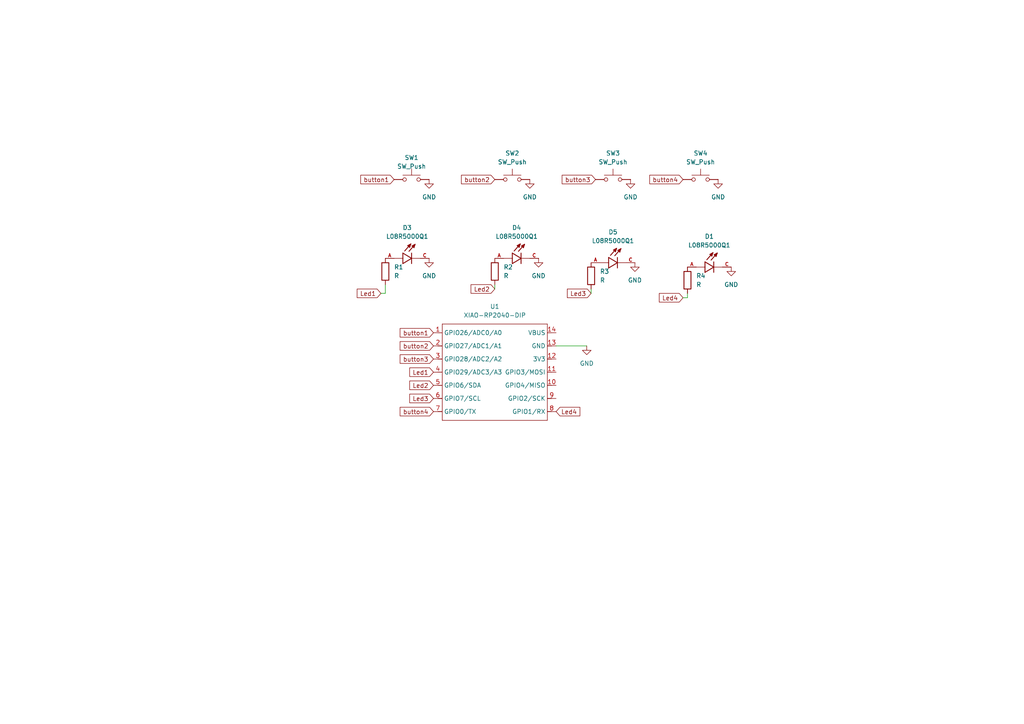
<source format=kicad_sch>
(kicad_sch (version 20250114) (generator "eeschema") (generator_version "9.0")
  (paper "A4")
  (lib_symbols
    (symbol "Device:R" (pin_numbers (hide yes)) (pin_names (offset 0))
      (property "Reference" "R" (at 2.032 0 90))
      (property "Value" "R" (at 0 0 90))
      (symbol "R_0_1"
        (rectangle (start -1.016 -2.54) (end 1.016 2.54) (stroke (width 0.254)))
      )
      (symbol "R_1_1"
        (pin passive line (at 0 3.81 270) (length 1.27) (name "~") (number "1"))
        (pin passive line (at 0 -3.81 90) (length 1.27) (name "~") (number "2"))
      )
    )
    (symbol "L08R5000Q1:L08R5000Q1" (pin_names (offset 1.016))
      (property "Reference" "D" (at -3.0988 4.4958 0))
      (property "Value" "L08R5000Q1" (at -3.556 -3.302 0))
      (symbol "L08R5000Q1_0_0"
        (polyline (pts (xy -2.54 1.524) (xy -2.54 0)) (stroke (width 0.254)))
        (polyline (pts (xy -2.54 0) (xy -5.08 0)) (stroke (width 0.1524)))
        (polyline (pts (xy -2.54 0) (xy -2.54 -1.524)) (stroke (width 0.254)))
        (polyline (pts (xy -2.54 -1.524) (xy 0 0)) (stroke (width 0.254)))
        (polyline (pts (xy -1.1176 3.683) (xy -0.2286 4.1656)) (stroke (width 0.254)))
        (polyline (pts (xy -0.9398 3.6068) (xy -0.7112 3.7592)) (stroke (width 0.254)))
        (polyline (pts (xy -0.5588 3.2004) (xy -1.1176 3.683)) (stroke (width 0.254)))
        (polyline (pts (xy -0.5588 3.2004) (xy -0.5334 3.937)) (stroke (width 0.254)))
        (polyline (pts (xy -0.5334 3.937) (xy -0.6604 3.937)) (stroke (width 0.254)))
        (polyline (pts (xy -0.2286 4.1656) (xy -2.0066 2.1336)) (stroke (width 0.254)))
        (polyline (pts (xy -0.2286 4.1656) (xy -0.5588 3.2004)) (stroke (width 0.254)))
        (polyline (pts (xy 0 1.524) (xy 0 0)) (stroke (width 0.254)))
        (polyline (pts (xy 0 0) (xy -2.54 1.524)) (stroke (width 0.254)))
        (polyline (pts (xy 0 0) (xy 0 -1.524)) (stroke (width 0.254)))
        (polyline (pts (xy 0.127 3.5814) (xy 1.016 4.064)) (stroke (width 0.254)))
        (polyline (pts (xy 0.3048 3.5052) (xy 0.5334 3.6576)) (stroke (width 0.254)))
        (polyline (pts (xy 0.6858 3.0988) (xy 0.127 3.5814)) (stroke (width 0.254)))
        (polyline (pts (xy 0.6858 3.0988) (xy 0.7112 3.8354)) (stroke (width 0.254)))
        (polyline (pts (xy 0.7112 3.8354) (xy 0.5842 3.8354)) (stroke (width 0.254)))
        (polyline (pts (xy 1.016 4.064) (xy -0.762 2.032)) (stroke (width 0.254)))
        (polyline (pts (xy 1.016 4.064) (xy 0.6858 3.0988)) (stroke (width 0.254)))
        (polyline (pts (xy 2.54 0) (xy 0 0)) (stroke (width 0.1524)))
        (pin passive line (at -7.62 0 0) (length 2.54) (name "~") (number "A"))
        (pin passive line (at 5.08 0 180) (length 2.54) (name "~") (number "C"))
      )
    )
    (symbol "Seeed_Studio_XIAO_Series:XIAO-RP2040-DIP"
      (property "Reference" "U" (at 0 0 0))
      (property "Value" "XIAO-RP2040-DIP" (at 5.334 -1.778 0))
      (symbol "XIAO-RP2040-DIP_1_0"
        (polyline (pts (xy -1.27 -2.54) (xy 29.21 -2.54)) (stroke (width 0.1524)))
        (polyline (pts (xy -1.27 -5.08) (xy -2.54 -5.08)) (stroke (width 0.1524)))
        (polyline (pts (xy -1.27 -5.08) (xy -1.27 -2.54)) (stroke (width 0.1524)))
        (polyline (pts (xy -1.27 -8.89) (xy -2.54 -8.89)) (stroke (width 0.1524)))
        (polyline (pts (xy -1.27 -8.89) (xy -1.27 -5.08)) (stroke (width 0.1524)))
        (polyline (pts (xy -1.27 -12.7) (xy -2.54 -12.7)) (stroke (width 0.1524)))
        (polyline (pts (xy -1.27 -12.7) (xy -1.27 -8.89)) (stroke (width 0.1524)))
        (polyline (pts (xy -1.27 -16.51) (xy -2.54 -16.51)) (stroke (width 0.1524)))
        (polyline (pts (xy -1.27 -16.51) (xy -1.27 -12.7)) (stroke (width 0.1524)))
        (polyline (pts (xy -1.27 -20.32) (xy -2.54 -20.32)) (stroke (width 0.1524)))
        (polyline (pts (xy -1.27 -24.13) (xy -2.54 -24.13)) (stroke (width 0.1524)))
        (polyline (pts (xy -1.27 -27.94) (xy -2.54 -27.94)) (stroke (width 0.1524)))
        (polyline (pts (xy -1.27 -30.48) (xy -1.27 -16.51)) (stroke (width 0.1524)))
        (polyline (pts (xy 29.21 -2.54) (xy 29.21 -5.08)) (stroke (width 0.1524)))
        (polyline (pts (xy 29.21 -5.08) (xy 29.21 -8.89)) (stroke (width 0.1524)))
        (polyline (pts (xy 29.21 -8.89) (xy 29.21 -12.7)) (stroke (width 0.1524)))
        (polyline (pts (xy 29.21 -12.7) (xy 29.21 -30.48)) (stroke (width 0.1524)))
        (polyline (pts (xy 29.21 -30.48) (xy -1.27 -30.48)) (stroke (width 0.1524)))
        (polyline (pts (xy 30.48 -5.08) (xy 29.21 -5.08)) (stroke (width 0.1524)))
        (polyline (pts (xy 30.48 -8.89) (xy 29.21 -8.89)) (stroke (width 0.1524)))
        (polyline (pts (xy 30.48 -12.7) (xy 29.21 -12.7)) (stroke (width 0.1524)))
        (polyline (pts (xy 30.48 -16.51) (xy 29.21 -16.51)) (stroke (width 0.1524)))
        (polyline (pts (xy 30.48 -20.32) (xy 29.21 -20.32)) (stroke (width 0.1524)))
        (polyline (pts (xy 30.48 -24.13) (xy 29.21 -24.13)) (stroke (width 0.1524)))
        (polyline (pts (xy 30.48 -27.94) (xy 29.21 -27.94)) (stroke (width 0.1524)))
        (pin passive line (at -3.81 -5.08 0) (length 2.54) (name "GPIO26/ADC0/A0") (number "1"))
        (pin passive line (at -3.81 -8.89 0) (length 2.54) (name "GPIO27/ADC1/A1") (number "2"))
        (pin passive line (at -3.81 -12.7 0) (length 2.54) (name "GPIO28/ADC2/A2") (number "3"))
        (pin passive line (at -3.81 -16.51 0) (length 2.54) (name "GPIO29/ADC3/A3") (number "4"))
        (pin passive line (at -3.81 -20.32 0) (length 2.54) (name "GPIO6/SDA") (number "5"))
        (pin passive line (at -3.81 -24.13 0) (length 2.54) (name "GPIO7/SCL") (number "6"))
        (pin passive line (at -3.81 -27.94 0) (length 2.54) (name "GPIO0/TX") (number "7"))
        (pin passive line (at 31.75 -5.08 180) (length 2.54) (name "VBUS") (number "14"))
        (pin passive line (at 31.75 -8.89 180) (length 2.54) (name "GND") (number "13"))
        (pin passive line (at 31.75 -12.7 180) (length 2.54) (name "3V3") (number "12"))
        (pin passive line (at 31.75 -16.51 180) (length 2.54) (name "GPIO3/MOSI") (number "11"))
        (pin passive line (at 31.75 -20.32 180) (length 2.54) (name "GPIO4/MISO") (number "10"))
        (pin passive line (at 31.75 -24.13 180) (length 2.54) (name "GPIO2/SCK") (number "9"))
        (pin passive line (at 31.75 -27.94 180) (length 2.54) (name "GPIO1/RX") (number "8"))
      )
    )
    (symbol "Switch:SW_Push" (pin_numbers (hide yes)) (pin_names (offset 1.016) (hide yes))
      (property "Reference" "SW" (at 1.27 2.54 0))
      (property "Value" "SW_Push" (at 0 -1.524 0))
      (symbol "SW_Push_0_1"
        (circle (center -2.032 0) (radius 0.508))
        (polyline (pts (xy 0 1.27) (xy 0 3.048)))
        (circle (center 2.032 0) (radius 0.508))
        (polyline (pts (xy 2.54 1.27) (xy -2.54 1.27)))
        (pin passive line (at -5.08 0 0) (length 2.54) (name "1") (number "1"))
        (pin passive line (at 5.08 0 180) (length 2.54) (name "2") (number "2"))
      )
    )
    (symbol "power:GND" (power) (pin_numbers (hide yes)) (pin_names (offset 0) (hide yes))
      (property "Value" "GND" (at 0 -3.81 0))
      (symbol "GND_0_1"
        (polyline (pts (xy 0 0) (xy 0 -1.27) (xy 1.27 -1.27) (xy 0 -2.54) (xy -1.27 -1.27) (xy 0 -1.27)))
      )
      (symbol "GND_1_1"
        (pin power_in line (at 0 0 270) (length 0) (name "~") (number "1"))
      )
    )
  )
  (wire (pts (xy 171.45 83.82) (xy 171.45 85.09)))
  (wire (pts (xy 110.49 85.09) (xy 111.76 85.09)))
  (wire (pts (xy 111.76 85.09) (xy 111.76 82.55)))
  (wire (pts (xy 161.29 100.33) (xy 170.18 100.33)))
  (wire (pts (xy 143.51 82.55) (xy 143.51 83.82)))
  (wire (pts (xy 199.39 86.36) (xy 198.12 86.36)))
  (wire (pts (xy 199.39 85.09) (xy 199.39 86.36)))
  (global_label "button4" (shape input) (at 198.12 52.07 180) (property "Intersheetrefs" "${INTERSHEET_REFS}" (at 187.8779 52.07 0) (effects (justify right))))
  (global_label "button3" (shape input) (at 172.72 52.07 180) (property "Intersheetrefs" "${INTERSHEET_REFS}" (at 162.4779 52.07 0) (effects (justify right))))
  (global_label "Led1" (shape input) (at 125.73 107.95 180) (property "Intersheetrefs" "${INTERSHEET_REFS}" (at 118.2696 107.95 0) (effects (justify right))))
  (global_label "Led4" (shape input) (at 161.29 119.38 0) (property "Intersheetrefs" "${INTERSHEET_REFS}" (at 168.7504 119.38 0) (effects (justify left))))
  (global_label "button1" (shape input) (at 125.73 96.52 180) (property "Intersheetrefs" "${INTERSHEET_REFS}" (at 115.4879 96.52 0) (effects (justify right))))
  (global_label "button4" (shape input) (at 125.73 119.38 180) (property "Intersheetrefs" "${INTERSHEET_REFS}" (at 115.4879 119.38 0) (effects (justify right))))
  (global_label "Led3" (shape input) (at 171.45 85.09 180) (property "Intersheetrefs" "${INTERSHEET_REFS}" (at 163.9896 85.09 0) (effects (justify right))))
  (global_label "button2" (shape input) (at 125.73 100.33 180) (property "Intersheetrefs" "${INTERSHEET_REFS}" (at 115.4879 100.33 0) (effects (justify right))))
  (global_label "Led2" (shape input) (at 143.51 83.82 180) (property "Intersheetrefs" "${INTERSHEET_REFS}" (at 136.0496 83.82 0) (effects (justify right))))
  (global_label "button3" (shape input) (at 125.73 104.14 180) (property "Intersheetrefs" "${INTERSHEET_REFS}" (at 115.4879 104.14 0) (effects (justify right))))
  (global_label "Led4" (shape input) (at 198.12 86.36 180) (property "Intersheetrefs" "${INTERSHEET_REFS}" (at 190.6596 86.36 0) (effects (justify right))))
  (global_label "button1" (shape input) (at 114.3 52.07 180) (property "Intersheetrefs" "${INTERSHEET_REFS}" (at 104.0579 52.07 0) (effects (justify right))))
  (global_label "Led1" (shape input) (at 110.49 85.09 180) (property "Intersheetrefs" "${INTERSHEET_REFS}" (at 103.0296 85.09 0) (effects (justify right))))
  (global_label "Led3" (shape input) (at 125.73 115.57 180) (property "Intersheetrefs" "${INTERSHEET_REFS}" (at 118.2696 115.57 0) (effects (justify right))))
  (global_label "Led2" (shape input) (at 125.73 111.76 180) (property "Intersheetrefs" "${INTERSHEET_REFS}" (at 118.2696 111.76 0) (effects (justify right))))
  (global_label "button2" (shape input) (at 143.51 52.07 180) (property "Intersheetrefs" "${INTERSHEET_REFS}" (at 133.2679 52.07 0) (effects (justify right))))
  (symbol (lib_id "power:GND") (at 182.88 52.07 0) (unit 1)
    (property "Reference" "#PWR04" (effects (hide yes)))
    (property "Value" "GND" (at 182.88 57.15 0))
    (property "Description" "Power symbol creates a global label with name \"GND\" , ground" (effects (hide yes)))
  )
  (symbol (lib_id "power:GND") (at 156.21 74.93 0) (unit 1)
    (property "Reference" "#PWR06" (effects (hide yes)))
    (property "Value" "GND" (at 156.21 80.01 0))
    (property "Description" "Power symbol creates a global label with name \"GND\" , ground" (effects (hide yes)))
  )
  (symbol (lib_id "L08R5000Q1:L08R5000Q1") (at 151.13 74.93 0) (unit 1)
    (property "Reference" "D4" (at 149.86 66.04 0))
    (property "Value" "L08R5000Q1" (at 149.86 68.58 0))
    (property "Footprint" "footprints:LEDRD254W57D500H1070" (effects (hide yes)))
    (property "MF" "LED Technology" (effects (hide yes)))
    (property "MAXIMUM_PACKAGE_HEIGHT" "10.7mm" (effects (hide yes)))
    (property "Package" "None" (effects (hide yes)))
    (property "Price" "None" (effects (hide yes)))
    (property "Check_prices" "https://www.snapeda.com/parts/L08R5000Q1/LED+Technology/view-part/?ref=eda" (effects (hide yes)))
    (property "STANDARD" "IPC-7351B" (effects (hide yes)))
    (property "PARTREV" "NA" (effects (hide yes)))
    (property "SnapEDA_Link" "https://www.snapeda.com/parts/L08R5000Q1/LED+Technology/view-part/?ref=snap" (effects (hide yes)))
    (property "MP" "L08R5000Q1" (effects (hide yes)))
    (property "Description_1" "LED, 5MM, ORANGE; LED / Lamp Size: 5mm / T-1 3/4; LED Colour: Orange; Typ Luminous Intensity: 4.3mcd; Viewing Angle: ..." (effects (hide yes)))
    (property "Availability" "Not in stock" (effects (hide yes)))
    (property "MANUFACTURER" "LED TECHNOLOGY" (effects (hide yes)))
  )
  (symbol (lib_id "Device:R") (at 199.39 81.28 0) (unit 1)
    (property "Reference" "R4" (at 201.93 80.0099 0) (effects (justify left)))
    (property "Value" "R" (at 201.93 82.5499 0) (effects (justify left)))
    (property "Footprint" "Resistor_THT:R_Axial_DIN0204_L3.6mm_D1.6mm_P5.08mm_Horizontal" (effects (hide yes)))
    (property "Description" "Resistor" (effects (hide yes)))
  )
  (symbol (lib_id "Switch:SW_Push") (at 119.38 52.07 0) (unit 1)
    (property "Reference" "SW1" (at 119.38 45.72 0))
    (property "Value" "SW_Push" (at 119.38 48.26 0))
    (property "Footprint" "Button_Switch_Keyboard:SW_Cherry_MX_1.00u_PCB" (effects (hide yes)))
    (property "Description" "Push button switch, generic, two pins" (effects (hide yes)))
  )
  (symbol (lib_id "L08R5000Q1:L08R5000Q1") (at 119.38 74.93 0) (unit 1)
    (property "Reference" "D3" (at 118.11 66.04 0))
    (property "Value" "L08R5000Q1" (at 118.11 68.58 0))
    (property "Footprint" "footprints:LEDRD254W57D500H1070" (effects (hide yes)))
    (property "MF" "LED Technology" (effects (hide yes)))
    (property "MAXIMUM_PACKAGE_HEIGHT" "10.7mm" (effects (hide yes)))
    (property "Package" "None" (effects (hide yes)))
    (property "Price" "None" (effects (hide yes)))
    (property "Check_prices" "https://www.snapeda.com/parts/L08R5000Q1/LED+Technology/view-part/?ref=eda" (effects (hide yes)))
    (property "STANDARD" "IPC-7351B" (effects (hide yes)))
    (property "PARTREV" "NA" (effects (hide yes)))
    (property "SnapEDA_Link" "https://www.snapeda.com/parts/L08R5000Q1/LED+Technology/view-part/?ref=snap" (effects (hide yes)))
    (property "MP" "L08R5000Q1" (effects (hide yes)))
    (property "Description_1" "LED, 5MM, ORANGE; LED / Lamp Size: 5mm / T-1 3/4; LED Colour: Orange; Typ Luminous Intensity: 4.3mcd; Viewing Angle: ..." (effects (hide yes)))
    (property "Availability" "Not in stock" (effects (hide yes)))
    (property "MANUFACTURER" "LED TECHNOLOGY" (effects (hide yes)))
  )
  (symbol (lib_id "Switch:SW_Push") (at 203.2 52.07 0) (unit 1)
    (property "Reference" "SW4" (at 203.2 44.45 0))
    (property "Value" "SW_Push" (at 203.2 46.99 0))
    (property "Footprint" "Button_Switch_Keyboard:SW_Cherry_MX_1.00u_PCB" (effects (hide yes)))
    (property "Description" "Push button switch, generic, two pins" (effects (hide yes)))
  )
  (symbol (lib_id "L08R5000Q1:L08R5000Q1") (at 179.07 76.2 0) (unit 1)
    (property "Reference" "D5" (at 177.8 67.31 0))
    (property "Value" "L08R5000Q1" (at 177.8 69.85 0))
    (property "Footprint" "footprints:LEDRD254W57D500H1070" (effects (hide yes)))
    (property "MF" "LED Technology" (effects (hide yes)))
    (property "MAXIMUM_PACKAGE_HEIGHT" "10.7mm" (effects (hide yes)))
    (property "Package" "None" (effects (hide yes)))
    (property "Price" "None" (effects (hide yes)))
    (property "Check_prices" "https://www.snapeda.com/parts/L08R5000Q1/LED+Technology/view-part/?ref=eda" (effects (hide yes)))
    (property "STANDARD" "IPC-7351B" (effects (hide yes)))
    (property "PARTREV" "NA" (effects (hide yes)))
    (property "SnapEDA_Link" "https://www.snapeda.com/parts/L08R5000Q1/LED+Technology/view-part/?ref=snap" (effects (hide yes)))
    (property "MP" "L08R5000Q1" (effects (hide yes)))
    (property "Description_1" "LED, 5MM, ORANGE; LED / Lamp Size: 5mm / T-1 3/4; LED Colour: Orange; Typ Luminous Intensity: 4.3mcd; Viewing Angle: ..." (effects (hide yes)))
    (property "Availability" "Not in stock" (effects (hide yes)))
    (property "MANUFACTURER" "LED TECHNOLOGY" (effects (hide yes)))
  )
  (symbol (lib_id "Device:R") (at 171.45 80.01 0) (unit 1)
    (property "Reference" "R3" (at 173.99 78.7399 0) (effects (justify left)))
    (property "Value" "R" (at 173.99 81.2799 0) (effects (justify left)))
    (property "Footprint" "Resistor_THT:R_Axial_DIN0204_L3.6mm_D1.6mm_P5.08mm_Horizontal" (effects (hide yes)))
    (property "Description" "Resistor" (effects (hide yes)))
  )
  (symbol (lib_id "L08R5000Q1:L08R5000Q1") (at 207.01 77.47 0) (unit 1)
    (property "Reference" "D1" (at 205.74 68.58 0))
    (property "Value" "L08R5000Q1" (at 205.74 71.12 0))
    (property "Footprint" "footprints:LEDRD254W57D500H1070" (effects (hide yes)))
    (property "MF" "LED Technology" (effects (hide yes)))
    (property "MAXIMUM_PACKAGE_HEIGHT" "10.7mm" (effects (hide yes)))
    (property "Package" "None" (effects (hide yes)))
    (property "Price" "None" (effects (hide yes)))
    (property "Check_prices" "https://www.snapeda.com/parts/L08R5000Q1/LED+Technology/view-part/?ref=eda" (effects (hide yes)))
    (property "STANDARD" "IPC-7351B" (effects (hide yes)))
    (property "PARTREV" "NA" (effects (hide yes)))
    (property "SnapEDA_Link" "https://www.snapeda.com/parts/L08R5000Q1/LED+Technology/view-part/?ref=snap" (effects (hide yes)))
    (property "MP" "L08R5000Q1" (effects (hide yes)))
    (property "Description_1" "LED, 5MM, ORANGE; LED / Lamp Size: 5mm / T-1 3/4; LED Colour: Orange; Typ Luminous Intensity: 4.3mcd; Viewing Angle: ..." (effects (hide yes)))
    (property "Availability" "Not in stock" (effects (hide yes)))
    (property "MANUFACTURER" "LED TECHNOLOGY" (effects (hide yes)))
  )
  (symbol (lib_id "power:GND") (at 184.15 76.2 0) (unit 1)
    (property "Reference" "#PWR07" (effects (hide yes)))
    (property "Value" "GND" (at 184.15 81.28 0))
    (property "Description" "Power symbol creates a global label with name \"GND\" , ground" (effects (hide yes)))
  )
  (symbol (lib_id "Switch:SW_Push") (at 177.8 52.07 0) (unit 1)
    (property "Reference" "SW3" (at 177.8 44.45 0))
    (property "Value" "SW_Push" (at 177.8 46.99 0))
    (property "Footprint" "Button_Switch_Keyboard:SW_Cherry_MX_1.00u_PCB" (effects (hide yes)))
    (property "Description" "Push button switch, generic, two pins" (effects (hide yes)))
  )
  (symbol (lib_id "Switch:SW_Push") (at 148.59 52.07 0) (unit 1)
    (property "Reference" "SW2" (at 148.59 44.45 0))
    (property "Value" "SW_Push" (at 148.59 46.99 0))
    (property "Footprint" "Button_Switch_Keyboard:SW_Cherry_MX_1.00u_PCB" (effects (hide yes)))
    (property "Description" "Push button switch, generic, two pins" (effects (hide yes)))
  )
  (symbol (lib_id "Device:R") (at 143.51 78.74 0) (unit 1)
    (property "Reference" "R2" (at 146.05 77.4699 0) (effects (justify left)))
    (property "Value" "R" (at 146.05 80.0099 0) (effects (justify left)))
    (property "Footprint" "Resistor_THT:R_Axial_DIN0204_L3.6mm_D1.6mm_P5.08mm_Horizontal" (effects (hide yes)))
    (property "Description" "Resistor" (effects (hide yes)))
  )
  (symbol (lib_id "power:GND") (at 124.46 74.93 0) (unit 1)
    (property "Reference" "#PWR05" (effects (hide yes)))
    (property "Value" "GND" (at 124.46 80.01 0))
    (property "Description" "Power symbol creates a global label with name \"GND\" , ground" (effects (hide yes)))
  )
  (symbol (lib_id "Device:R") (at 111.76 78.74 0) (unit 1)
    (property "Reference" "R1" (at 114.3 77.4699 0) (effects (justify left)))
    (property "Value" "R" (at 114.3 80.0099 0) (effects (justify left)))
    (property "Footprint" "Resistor_THT:R_Axial_DIN0204_L3.6mm_D1.6mm_P5.08mm_Horizontal" (effects (hide yes)))
    (property "Description" "Resistor" (effects (hide yes)))
  )
  (symbol (lib_id "Seeed_Studio_XIAO_Series:XIAO-RP2040-DIP") (at 129.54 91.44 0) (unit 1)
    (property "Reference" "U1" (at 143.51 88.9 0))
    (property "Value" "XIAO-RP2040-DIP" (at 143.51 91.44 0))
    (property "Footprint" "footprints:XIAO-RP2040-DIP" (effects (hide yes)))
  )
  (symbol (lib_id "power:GND") (at 170.18 100.33 0) (unit 1)
    (property "Reference" "#PWR01" (effects (hide yes)))
    (property "Value" "GND" (at 170.18 105.41 0))
    (property "Description" "Power symbol creates a global label with name \"GND\" , ground" (effects (hide yes)))
  )
  (symbol (lib_id "power:GND") (at 124.46 52.07 0) (unit 1)
    (property "Reference" "#PWR02" (effects (hide yes)))
    (property "Value" "GND" (at 124.46 57.15 0))
    (property "Description" "Power symbol creates a global label with name \"GND\" , ground" (effects (hide yes)))
  )
  (symbol (lib_id "power:GND") (at 153.67 52.07 0) (unit 1)
    (property "Reference" "#PWR03" (effects (hide yes)))
    (property "Value" "GND" (at 153.67 57.15 0))
    (property "Description" "Power symbol creates a global label with name \"GND\" , ground" (effects (hide yes)))
  )
  (symbol (lib_id "power:GND") (at 208.28 52.07 0) (unit 1)
    (property "Reference" "#PWR08" (effects (hide yes)))
    (property "Value" "GND" (at 208.28 57.15 0))
    (property "Description" "Power symbol creates a global label with name \"GND\" , ground" (effects (hide yes)))
  )
  (symbol (lib_id "power:GND") (at 212.09 77.47 0) (unit 1)
    (property "Reference" "#PWR09" (effects (hide yes)))
    (property "Value" "GND" (at 212.09 82.55 0))
    (property "Description" "Power symbol creates a global label with name \"GND\" , ground" (effects (hide yes)))
  )
)
</source>
